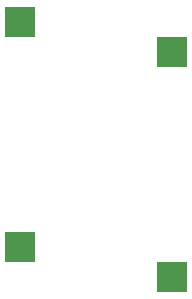
<source format=gbr>
%TF.GenerationSoftware,KiCad,Pcbnew,7.0.2*%
%TF.CreationDate,2023-04-26T23:17:44+02:00*%
%TF.ProjectId,phoenix-thumb,70686f65-6e69-4782-9d74-68756d622e6b,v1.0.0*%
%TF.SameCoordinates,Original*%
%TF.FileFunction,Paste,Top*%
%TF.FilePolarity,Positive*%
%FSLAX46Y46*%
G04 Gerber Fmt 4.6, Leading zero omitted, Abs format (unit mm)*
G04 Created by KiCad (PCBNEW 7.0.2) date 2023-04-26 23:17:44*
%MOMM*%
%LPD*%
G01*
G04 APERTURE LIST*
%ADD10R,2.550000X2.500000*%
G04 APERTURE END LIST*
D10*
%TO.C,S7*%
X147495000Y-158980000D03*
X134568000Y-156440000D03*
%TD*%
%TO.C,S2*%
X134570000Y-137350000D03*
X147497000Y-139890000D03*
%TD*%
M02*

</source>
